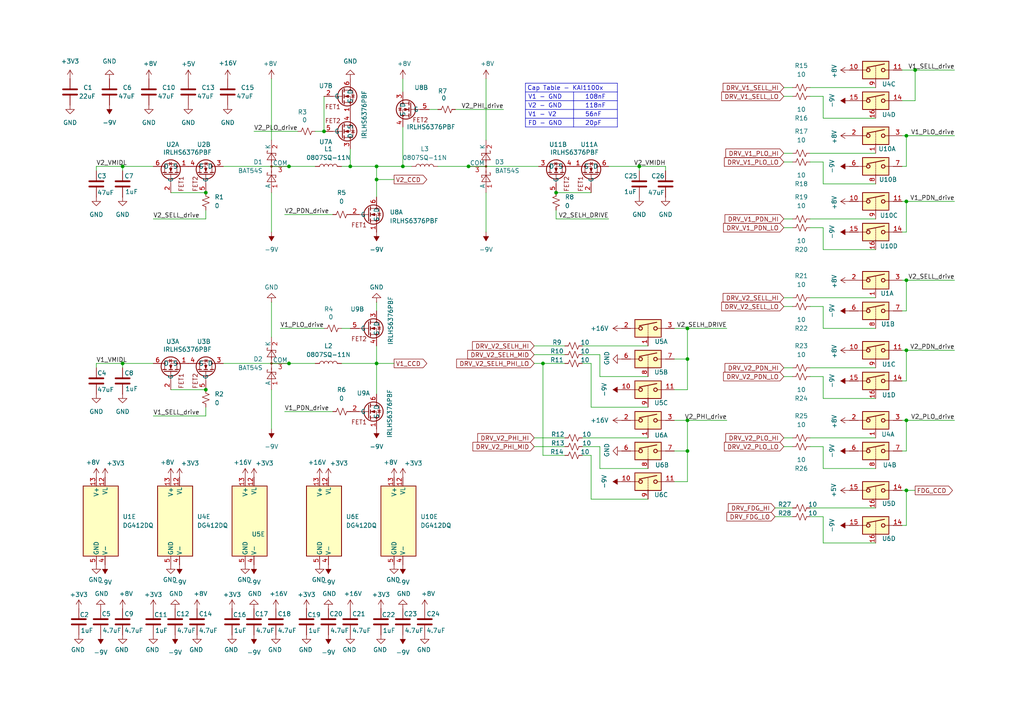
<source format=kicad_sch>
(kicad_sch (version 20231120) (generator "eeschema") (generator_version "8.0")
  (paper "A4")
  (title_block (title "Sitina 1 Sensor Board - V Adiabatic Drivers") (date "2024-03-25") (rev "R0.11") (company "Copyright 2024 Anhang Li, Wenting Zhang") (comment 2 "MERCHANTABILITY, SATISFACTORY QUALITY AND FITNESS FOR A PARTICULAR PURPOSE.") (comment 3 "This source is distributed WITHOUT ANY EXPRESS OR IMPLIED WARRANTY, INCLUDING OF") (comment 4 "This source describes Open Hardware and is licensed under the CERN-OHL-P v2."))
  (junction (at 262.89 81.28))
  (junction (at 157.48 105.41))
  (junction (at 101.6 48.26))
  (junction (at 262.89 39.37))
  (junction (at 35.56 48.26))
  (junction (at 199.39 130.81))
  (junction (at 93.98 38.1))
  (junction (at 109.22 52.07))
  (junction (at 265.43 20.32))
  (junction (at 116.84 48.26))
  (junction (at 262.89 58.42))
  (junction (at 109.22 105.41))
  (junction (at 161.29 55.88))
  (junction (at 262.89 121.92))
  (junction (at 83.82 48.26))
  (junction (at 135.89 48.26))
  (junction (at 35.56 105.41))
  (junction (at 109.22 48.26))
  (junction (at 59.69 113.03))
  (junction (at 199.39 104.14))
  (junction (at 199.39 95.25))
  (junction (at 83.82 105.41))
  (junction (at 59.69 55.88))
  (junction (at 262.89 142.24))
  (junction (at 199.39 121.92))
  (junction (at 185.42 48.26))
  (junction (at 262.89 101.6))
  (wire (pts (xy 109.22 52.07) (xy 109.22 57.15)))
  (wire (pts (xy 227.33 46.99) (xy 229.87 46.99)))
  (wire (pts (xy 78.74 22.86) (xy 78.74 40.64)))
  (wire (pts (xy 262.89 58.42) (xy 276.86 58.42)))
  (wire (pts (xy 262.89 81.28) (xy 262.89 90.17)))
  (wire (pts (xy 35.56 48.26) (xy 35.56 49.53)))
  (wire (pts (xy 227.33 106.68) (xy 229.87 106.68)))
  (wire (pts (xy 234.95 86.36) (xy 254 86.36)))
  (wire (pts (xy 227.33 86.36) (xy 229.87 86.36)))
  (wire (pts (xy 199.39 121.92) (xy 210.82 121.92)))
  (wire (pts (xy 185.42 48.26) (xy 185.42 49.53)))
  (wire (pts (xy 168.91 100.33) (xy 187.96 100.33)))
  (wire (pts (xy 44.45 63.5) (xy 59.69 63.5)))
  (polyline (pts (xy 152.4 29.21) (xy 179.07 29.21)))
  (wire (pts (xy 234.95 63.5) (xy 254 63.5)))
  (wire (pts (xy 261.62 39.37) (xy 262.89 39.37)))
  (wire (pts (xy 59.69 63.5) (xy 59.69 60.96)))
  (wire (pts (xy 99.06 105.41) (xy 109.22 105.41)))
  (wire (pts (xy 173.99 109.22) (xy 187.96 109.22)))
  (wire (pts (xy 238.76 66.04) (xy 238.76 72.39)))
  (polyline (pts (xy 179.07 24.13) (xy 179.07 36.83)))
  (wire (pts (xy 83.82 105.41) (xy 91.44 105.41)))
  (wire (pts (xy 261.62 121.92) (xy 262.89 121.92)))
  (wire (pts (xy 238.76 27.94) (xy 238.76 34.29)))
  (wire (pts (xy 227.33 44.45) (xy 229.87 44.45)))
  (wire (pts (xy 261.62 101.6) (xy 262.89 101.6)))
  (wire (pts (xy 173.99 135.89) (xy 187.96 135.89)))
  (wire (pts (xy 238.76 46.99) (xy 238.76 53.34)))
  (wire (pts (xy 168.91 132.08) (xy 171.45 132.08)))
  (wire (pts (xy 168.91 127) (xy 187.96 127)))
  (wire (pts (xy 262.89 81.28) (xy 276.86 81.28)))
  (wire (pts (xy 116.84 48.26) (xy 119.38 48.26)))
  (wire (pts (xy 224.79 147.32) (xy 229.87 147.32)))
  (wire (pts (xy 101.6 43.18) (xy 101.6 48.26)))
  (wire (pts (xy 99.06 48.26) (xy 101.6 48.26)))
  (wire (pts (xy 227.33 25.4) (xy 229.87 25.4)))
  (wire (pts (xy 187.96 144.78) (xy 171.45 144.78)))
  (wire (pts (xy 262.89 39.37) (xy 262.89 48.26)))
  (wire (pts (xy 27.94 48.26) (xy 35.56 48.26)))
  (wire (pts (xy 262.89 152.4) (xy 261.62 152.4)))
  (wire (pts (xy 154.94 102.87) (xy 163.83 102.87)))
  (wire (pts (xy 49.53 113.03) (xy 59.69 113.03)))
  (wire (pts (xy 140.97 55.88) (xy 140.97 67.31)))
  (wire (pts (xy 127 48.26) (xy 135.89 48.26)))
  (wire (pts (xy 171.45 118.11) (xy 187.96 118.11)))
  (wire (pts (xy 154.94 129.54) (xy 163.83 129.54)))
  (wire (pts (xy 195.58 121.92) (xy 199.39 121.92)))
  (wire (pts (xy 238.76 53.34) (xy 254 53.34)))
  (wire (pts (xy 234.95 44.45) (xy 254 44.45)))
  (wire (pts (xy 99.06 95.25) (xy 101.6 95.25)))
  (wire (pts (xy 199.39 139.7) (xy 199.39 130.81)))
  (wire (pts (xy 262.89 90.17) (xy 261.62 90.17)))
  (polyline (pts (xy 152.4 26.67) (xy 179.07 26.67)))
  (wire (pts (xy 109.22 48.26) (xy 116.84 48.26)))
  (wire (pts (xy 171.45 55.88) (xy 161.29 55.88)))
  (wire (pts (xy 135.89 48.26) (xy 156.21 48.26)))
  (wire (pts (xy 199.39 104.14) (xy 195.58 104.14)))
  (wire (pts (xy 109.22 100.33) (xy 109.22 105.41)))
  (wire (pts (xy 157.48 105.41) (xy 163.83 105.41)))
  (wire (pts (xy 49.53 55.88) (xy 59.69 55.88)))
  (wire (pts (xy 78.74 113.03) (xy 78.74 124.46)))
  (wire (pts (xy 116.84 36.83) (xy 116.84 48.26)))
  (wire (pts (xy 262.89 130.81) (xy 261.62 130.81)))
  (wire (pts (xy 238.76 88.9) (xy 238.76 95.25)))
  (wire (pts (xy 109.22 105.41) (xy 114.3 105.41)))
  (polyline (pts (xy 179.07 36.83) (xy 152.4 36.83)))
  (polyline (pts (xy 166.37 26.67) (xy 166.37 36.83)))
  (wire (pts (xy 83.82 48.26) (xy 91.44 48.26)))
  (wire (pts (xy 27.94 106.68) (xy 27.94 105.41)))
  (wire (pts (xy 227.33 63.5) (xy 229.87 63.5)))
  (wire (pts (xy 168.91 129.54) (xy 173.99 129.54)))
  (wire (pts (xy 234.95 129.54) (xy 238.76 129.54)))
  (wire (pts (xy 199.39 130.81) (xy 195.58 130.81)))
  (wire (pts (xy 124.46 31.75) (xy 127 31.75)))
  (wire (pts (xy 35.56 105.41) (xy 44.45 105.41)))
  (polyline (pts (xy 152.4 24.13) (xy 179.07 24.13)))
  (wire (pts (xy 227.33 129.54) (xy 229.87 129.54)))
  (wire (pts (xy 91.44 38.1) (xy 93.98 38.1)))
  (wire (pts (xy 262.89 142.24) (xy 262.89 152.4)))
  (wire (pts (xy 168.91 102.87) (xy 173.99 102.87)))
  (wire (pts (xy 261.62 58.42) (xy 262.89 58.42)))
  (wire (pts (xy 261.62 142.24) (xy 262.89 142.24)))
  (wire (pts (xy 195.58 139.7) (xy 199.39 139.7)))
  (wire (pts (xy 193.04 49.53) (xy 193.04 48.26)))
  (wire (pts (xy 154.94 100.33) (xy 163.83 100.33)))
  (wire (pts (xy 64.77 48.26) (xy 83.82 48.26)))
  (wire (pts (xy 199.39 104.14) (xy 199.39 113.03)))
  (wire (pts (xy 82.55 119.38) (xy 96.52 119.38)))
  (wire (pts (xy 116.84 22.86) (xy 116.84 26.67)))
  (wire (pts (xy 238.76 95.25) (xy 254 95.25)))
  (wire (pts (xy 199.39 95.25) (xy 199.39 104.14)))
  (wire (pts (xy 234.95 46.99) (xy 238.76 46.99)))
  (wire (pts (xy 82.55 62.23) (xy 96.52 62.23)))
  (wire (pts (xy 195.58 113.03) (xy 199.39 113.03)))
  (wire (pts (xy 265.43 20.32) (xy 276.86 20.32)))
  (wire (pts (xy 262.89 67.31) (xy 261.62 67.31)))
  (wire (pts (xy 101.6 48.26) (xy 109.22 48.26)))
  (polyline (pts (xy 152.4 31.75) (xy 179.07 31.75)))
  (wire (pts (xy 227.33 66.04) (xy 229.87 66.04)))
  (wire (pts (xy 171.45 132.08) (xy 171.45 144.78)))
  (wire (pts (xy 154.94 127) (xy 163.83 127)))
  (wire (pts (xy 173.99 102.87) (xy 173.99 109.22)))
  (wire (pts (xy 262.89 101.6) (xy 262.89 110.49)))
  (wire (pts (xy 86.36 38.1) (xy 73.66 38.1)))
  (wire (pts (xy 132.08 31.75) (xy 146.05 31.75)))
  (wire (pts (xy 163.83 132.08) (xy 157.48 132.08)))
  (wire (pts (xy 262.89 101.6) (xy 276.86 101.6)))
  (wire (pts (xy 27.94 49.53) (xy 27.94 48.26)))
  (wire (pts (xy 238.76 34.29) (xy 254 34.29)))
  (wire (pts (xy 234.95 149.86) (xy 238.76 149.86)))
  (wire (pts (xy 262.89 58.42) (xy 262.89 67.31)))
  (wire (pts (xy 44.45 120.65) (xy 59.69 120.65)))
  (wire (pts (xy 234.95 109.22) (xy 238.76 109.22)))
  (wire (pts (xy 27.94 105.41) (xy 35.56 105.41)))
  (polyline (pts (xy 152.4 34.29) (xy 179.07 34.29)))
  (wire (pts (xy 140.97 22.86) (xy 140.97 40.64)))
  (wire (pts (xy 238.76 157.48) (xy 254 157.48)))
  (wire (pts (xy 238.76 115.57) (xy 254 115.57)))
  (wire (pts (xy 185.42 48.26) (xy 176.53 48.26)))
  (wire (pts (xy 262.89 121.92) (xy 276.86 121.92)))
  (wire (pts (xy 157.48 105.41) (xy 157.48 132.08)))
  (wire (pts (xy 227.33 88.9) (xy 229.87 88.9)))
  (wire (pts (xy 234.95 147.32) (xy 254 147.32)))
  (wire (pts (xy 265.43 29.21) (xy 261.62 29.21)))
  (wire (pts (xy 199.39 121.92) (xy 199.39 130.81)))
  (wire (pts (xy 59.69 120.65) (xy 59.69 118.11)))
  (wire (pts (xy 161.29 63.5) (xy 161.29 60.96)))
  (wire (pts (xy 173.99 129.54) (xy 173.99 135.89)))
  (wire (pts (xy 93.98 27.94) (xy 93.98 38.1)))
  (wire (pts (xy 109.22 87.63) (xy 109.22 90.17)))
  (wire (pts (xy 227.33 27.94) (xy 229.87 27.94)))
  (polyline (pts (xy 152.4 24.13) (xy 152.4 36.83)))
  (wire (pts (xy 227.33 109.22) (xy 229.87 109.22)))
  (wire (pts (xy 234.95 127) (xy 254 127)))
  (wire (pts (xy 176.53 63.5) (xy 161.29 63.5)))
  (wire (pts (xy 195.58 95.25) (xy 199.39 95.25)))
  (wire (pts (xy 227.33 127) (xy 229.87 127)))
  (wire (pts (xy 262.89 48.26) (xy 261.62 48.26)))
  (wire (pts (xy 64.77 105.41) (xy 83.82 105.41)))
  (wire (pts (xy 238.76 129.54) (xy 238.76 135.89)))
  (wire (pts (xy 199.39 95.25) (xy 210.82 95.25)))
  (wire (pts (xy 193.04 48.26) (xy 185.42 48.26)))
  (wire (pts (xy 109.22 48.26) (xy 109.22 52.07)))
  (wire (pts (xy 262.89 110.49) (xy 261.62 110.49)))
  (wire (pts (xy 261.62 81.28) (xy 262.89 81.28)))
  (wire (pts (xy 154.94 105.41) (xy 157.48 105.41)))
  (wire (pts (xy 234.95 25.4) (xy 254 25.4)))
  (wire (pts (xy 168.91 105.41) (xy 171.45 105.41)))
  (wire (pts (xy 109.22 105.41) (xy 109.22 114.3)))
  (wire (pts (xy 171.45 105.41) (xy 171.45 118.11)))
  (wire (pts (xy 262.89 121.92) (xy 262.89 130.81)))
  (wire (pts (xy 238.76 135.89) (xy 254 135.89)))
  (wire (pts (xy 109.22 52.07) (xy 114.3 52.07)))
  (wire (pts (xy 224.79 149.86) (xy 229.87 149.86)))
  (wire (pts (xy 234.95 88.9) (xy 238.76 88.9)))
  (wire (pts (xy 262.89 39.37) (xy 276.86 39.37)))
  (wire (pts (xy 35.56 48.26) (xy 44.45 48.26)))
  (wire (pts (xy 78.74 87.63) (xy 78.74 97.79)))
  (wire (pts (xy 78.74 55.88) (xy 78.74 67.31)))
  (wire (pts (xy 262.89 142.24) (xy 265.43 142.24)))
  (wire (pts (xy 234.95 27.94) (xy 238.76 27.94)))
  (wire (pts (xy 238.76 72.39) (xy 254 72.39)))
  (wire (pts (xy 234.95 66.04) (xy 238.76 66.04)))
  (wire (pts (xy 238.76 109.22) (xy 238.76 115.57)))
  (wire (pts (xy 93.98 95.25) (xy 81.28 95.25)))
  (wire (pts (xy 234.95 106.68) (xy 254 106.68)))
  (wire (pts (xy 35.56 105.41) (xy 35.56 106.68)))
  (wire (pts (xy 265.43 20.32) (xy 265.43 29.21)))
  (wire (pts (xy 261.62 20.32) (xy 265.43 20.32)))
  (wire (pts (xy 238.76 149.86) (xy 238.76 157.48)))
  (text "118nF" (at 169.672 31.496 0) (effects (font (size 1.27 1.27)) (justify left bottom)))
  (text "V1 - V2" (at 153.162 34.036 0) (effects (font (size 1.27 1.27)) (justify left bottom)))
  (text "Cap Table - KAI1100x" (at 152.908 26.416 0) (effects (font (size 1.27 1.27)) (justify left bottom)))
  (text "108nF" (at 169.672 28.956 0) (effects (font (size 1.27 1.27)) (justify left bottom)))
  (text "FD - GND" (at 153.162 36.576 0) (effects (font (size 1.27 1.27)) (justify left bottom)))
  (text "56nF" (at 169.672 34.036 0) (effects (font (size 1.27 1.27)) (justify left bottom)))
  (text "V2 - GND" (at 153.162 31.496 0) (effects (font (size 1.27 1.27)) (justify left bottom)))
  (text "20pF" (at 169.672 36.576 0) (effects (font (size 1.27 1.27)) (justify left bottom)))
  (text "V1 - GND" (at 153.162 28.956 0) (effects (font (size 1.27 1.27)) (justify left bottom)))
  (label "V1_SELL_drive" (at 276.86 20.32 180))
  (label "V1_PLO_drive" (at 81.28 95.25 0))
  (label "V1_PDN_drive" (at 276.86 58.42 180))
  (label "V1_SELL_drive" (at 44.45 120.65 0))
  (label "V2_SELH_DRIVE" (at 210.82 95.25 180))
  (label "V2_SELH_DRIVE" (at 176.53 63.5 180))
  (label "V1_VMIDL" (at 27.94 105.41 0))
  (label "V2_SELL_drive" (at 276.86 81.28 180))
  (label "V2_PDN_drive" (at 276.86 101.6 180))
  (label "V2_PHI_drive" (at 146.05 31.75 180))
  (label "V2_PHI_drive" (at 210.82 121.92 180))
  (label "V2_VMIDL" (at 27.94 48.26 0))
  (label "V2_PLO_drive" (at 276.86 121.92 180))
  (label "V2_SELL_drive" (at 44.45 63.5 0))
  (label "V1_PDN_drive" (at 82.55 119.38 0))
  (label "V2_PDN_drive" (at 82.55 62.23 0))
  (label "V2_VMIDH" (at 193.04 48.26 180))
  (label "V2_PLO_drive" (at 73.66 38.1 0))
  (label "V1_PLO_drive" (at 276.86 39.37 180))
  (global_label "DRV_V2_PHI_MID" (shape input) (at 154.94 129.54 180) (property "Intersheetrefs" "${INTERSHEET_REFS}" (effects (hide yes))))
  (global_label "DRV_V2_SELL_LO" (shape input) (at 227.33 88.9 180) (property "Intersheetrefs" "${INTERSHEET_REFS}" (effects (hide yes))))
  (global_label "DRV_V1_PLO_LO" (shape input) (at 227.33 46.99 180) (property "Intersheetrefs" "${INTERSHEET_REFS}" (effects (hide yes))))
  (global_label "DRV_V2_SELH_MID" (shape input) (at 154.94 102.87 180) (property "Intersheetrefs" "${INTERSHEET_REFS}" (effects (hide yes))))
  (global_label "DRV_V2_PDN_LO" (shape input) (at 227.33 109.22 180) (property "Intersheetrefs" "${INTERSHEET_REFS}" (effects (hide yes))))
  (global_label "DRV_FDG_HI" (shape input) (at 224.79 147.32 180) (property "Intersheetrefs" "${INTERSHEET_REFS}" (effects (hide yes))))
  (global_label "DRV_V2_PLO_LO" (shape input) (at 227.33 129.54 180) (property "Intersheetrefs" "${INTERSHEET_REFS}" (effects (hide yes))))
  (global_label "DRV_V2_SELL_HI" (shape input) (at 227.33 86.36 180) (property "Intersheetrefs" "${INTERSHEET_REFS}" (effects (hide yes))))
  (global_label "DRV_FDG_LO" (shape input) (at 224.79 149.86 180) (property "Intersheetrefs" "${INTERSHEET_REFS}" (effects (hide yes))))
  (global_label "DRV_V2_PHI_HI" (shape input) (at 154.94 127 180) (property "Intersheetrefs" "${INTERSHEET_REFS}" (effects (hide yes))))
  (global_label "DRV_V2_SELH_PHI_LO" (shape input) (at 154.94 105.41 180) (property "Intersheetrefs" "${INTERSHEET_REFS}" (effects (hide yes))))
  (global_label "DRV_V2_PDN_HI" (shape input) (at 227.33 106.68 180) (property "Intersheetrefs" "${INTERSHEET_REFS}" (effects (hide yes))))
  (global_label "DRV_V1_PDN_LO" (shape input) (at 227.33 66.04 180) (property "Intersheetrefs" "${INTERSHEET_REFS}" (effects (hide yes))))
  (global_label "V2_CCD" (shape output) (at 114.3 52.07 0) (property "Intersheetrefs" "${INTERSHEET_REFS}" (effects (hide yes))))
  (global_label "DRV_V1_PLO_HI" (shape input) (at 227.33 44.45 180) (property "Intersheetrefs" "${INTERSHEET_REFS}" (effects (hide yes))))
  (global_label "DRV_V2_PLO_HI" (shape input) (at 227.33 127 180) (property "Intersheetrefs" "${INTERSHEET_REFS}" (effects (hide yes))))
  (global_label "V1_CCD" (shape output) (at 114.3 105.41 0) (property "Intersheetrefs" "${INTERSHEET_REFS}" (effects (hide yes))))
  (global_label "DRV_V1_SELL_HI" (shape input) (at 227.33 25.4 180) (property "Intersheetrefs" "${INTERSHEET_REFS}" (effects (hide yes))))
  (global_label "DRV_V1_PDN_HI" (shape input) (at 227.33 63.5 180) (property "Intersheetrefs" "${INTERSHEET_REFS}" (effects (hide yes))))
  (global_label "FDG_CCD" (shape output) (at 265.43 142.24 0) (property "Intersheetrefs" "${INTERSHEET_REFS}" (effects (hide yes))))
  (global_label "DRV_V1_SELL_LO" (shape input) (at 227.33 27.94 180) (property "Intersheetrefs" "${INTERSHEET_REFS}" (effects (hide yes))))
  (global_label "DRV_V2_SELH_HI" (shape input) (at 154.94 100.33 180) (property "Intersheetrefs" "${INTERSHEET_REFS}" (effects (hide yes))))
  (symbol (lib_name "DG412xY_2") (lib_id "Analog_Switch:DG412xY") (at 254 142.24 0) (unit 4)
    (property "Reference" "U5" (at 257.81 146.05 0))
    (property "Value" "DG412DQ" (effects (hide yes)))
    (property "Footprint" "Package_SO:TSSOP-16_4.4x5mm_P0.65mm" (effects (hide yes)))
    (property "Datasheet" "https://datasheets.maximintegrated.com/en/ds/DG411-DG413.pdf" (effects (hide yes)))
    (property "Description" "Quad SPST Monolithic CMOS Analog Switches, normally OFF, 17Ohm Ron, SOIC-16" (effects (hide yes)))
  )
  (symbol (lib_name "GND_1") (lib_id "power:GND") (at 27.94 57.15 0) (unit 1)
    (property "Reference" "#PWR05" (effects (hide yes)))
    (property "Value" "GND" (at 27.94 62.23 0))
    (property "Description" "Power symbol creates a global label with name \"GND\" , ground" (effects (hide yes)))
  )
  (symbol (lib_id "Device:C") (at 35.56 180.34 180) (unit 1)
    (property "Reference" "C9" (at 36.068 178.054 0) (effects (justify right)))
    (property "Value" "4.7uF" (at 36.068 182.88 0) (effects (justify right)))
    (property "Footprint" "Capacitor_SMD:C_0603_1608Metric" (effects (hide yes)))
  )
  (symbol (lib_id "Device:R_Small_US") (at 232.41 147.32 90) (unit 1)
    (property "Reference" "R27" (at 227.584 146.304 90))
    (property "Value" "10" (at 235.712 146.304 90))
    (property "Footprint" "Resistor_SMD:R_0402_1005Metric" (effects (hide yes)))
    (property "Description" "Resistor, small US symbol" (effects (hide yes)))
  )
  (symbol (lib_id "power:GND") (at 22.86 184.15 0) (mirror y) (unit 1)
    (property "Reference" "#PWR04" (effects (hide yes)))
    (property "Value" "GND" (at 22.606 188.468 0))
  )
  (symbol (lib_id "Device:C") (at 20.32 26.67 180) (unit 1)
    (property "Reference" "C1" (at 24.13 25.4 0) (effects (justify right)))
    (property "Value" "22uF" (at 22.86 27.94 0) (effects (justify right)))
    (property "Footprint" "Capacitor_SMD:C_0805_2012Metric" (effects (hide yes)))
  )
  (symbol (lib_id "power:+3V3") (at 67.31 176.53 0) (unit 1)
    (property "Reference" "#PWR035" (effects (hide yes)))
    (property "Value" "+3V3" (at 67.31 172.466 0))
    (property "Description" "Power symbol creates a global label with name \"+3V3\"" (effects (hide yes)))
  )
  (symbol (lib_id "power:+8V") (at 246.38 81.28 90) (mirror x) (unit 1)
    (property "Reference" "#PWR090" (effects (hide yes)))
    (property "Value" "+8V" (at 241.9858 81.661 0))
  )
  (symbol (lib_id "Device:C") (at 123.19 180.34 180) (unit 1)
    (property "Reference" "C24" (at 123.698 178.054 0) (effects (justify right)))
    (property "Value" "4.7uF" (at 123.698 182.88 0) (effects (justify right)))
    (property "Footprint" "Capacitor_SMD:C_0603_1608Metric" (effects (hide yes)))
  )
  (symbol (lib_id "Device:C") (at 67.31 180.34 180) (unit 1)
    (property "Reference" "C16" (at 67.564 178.308 0) (effects (justify right)))
    (property "Value" "1uF" (at 67.818 182.88 0) (effects (justify right)))
    (property "Footprint" "Capacitor_SMD:C_0402_1005Metric" (effects (hide yes)))
  )
  (symbol (lib_id "Analog_Switch:DG412xY") (at 187.96 130.81 0) (unit 2)
    (property "Reference" "U6" (at 192.024 134.874 0))
    (property "Value" "DG412DQ" (effects (hide yes)))
    (property "Footprint" "Package_SO:TSSOP-16_4.4x5mm_P0.65mm" (effects (hide yes)))
    (property "Datasheet" "https://datasheets.maximintegrated.com/en/ds/DG411-DG413.pdf" (effects (hide yes)))
    (property "Description" "Quad SPST Monolithic CMOS Analog Switches, normally OFF, 17Ohm Ron, SOIC-16" (effects (hide yes)))
  )
  (symbol (lib_id "power:+8V") (at 78.74 22.86 0) (mirror y) (unit 1)
    (property "Reference" "#PWR043" (effects (hide yes)))
    (property "Value" "+8V" (at 78.359 18.4658 0))
  )
  (symbol (lib_id "power:GND") (at 80.01 184.15 0) (mirror y) (unit 1)
    (property "Reference" "#PWR048" (effects (hide yes)))
    (property "Value" "GND" (at 79.756 188.468 0))
  )
  (symbol (lib_id "Device:R_Small_US") (at 232.41 46.99 270) (unit 1)
    (property "Reference" "R18" (at 232.41 53.34 90))
    (property "Value" "10" (at 232.41 50.8 90))
    (property "Footprint" "Resistor_SMD:R_0402_1005Metric" (effects (hide yes)))
    (property "Description" "Resistor, small US symbol" (effects (hide yes)))
  )
  (symbol (lib_id "symbols:IRLHS6376PBF") (at 109.22 95.25 0) (unit 2)
    (property "Reference" "U9" (at 103.632 89.662 0))
    (property "Value" "IRLHS6376PBF" (at 113.284 92.964 90))
    (property "Footprint" "Package_DFN_QFN:DFN-6-1EP_2x2mm_P0.65mm_EP1.01x1.7mm" (effects (hide yes)))
    (property "Datasheet" "https://www.infineon.com/dgdl/irlhs6376pbf.pdf?fileId=5546d462533600a401535663bef425af" (effects (hide yes)))
    (property "Description" "IRF HEXFET Power NMOS pair" (effects (hide yes)))
  )
  (symbol (lib_id "Device:C") (at 44.45 180.34 180) (unit 1)
    (property "Reference" "C11" (at 44.704 178.308 0) (effects (justify right)))
    (property "Value" "1uF" (at 44.958 182.88 0) (effects (justify right)))
    (property "Footprint" "Capacitor_SMD:C_0402_1005Metric" (effects (hide yes)))
  )
  (symbol (lib_id "Diode:BAT54S") (at 78.74 48.26 90) (unit 1)
    (property "Reference" "D1" (at 76.2 46.99 90) (effects (justify left)))
    (property "Value" "BAT54S" (at 76.2 49.53 90) (effects (justify left)))
    (property "Footprint" "Package_TO_SOT_SMD:SOT-23" (effects (hide yes)))
    (property "Datasheet" "https://www.diodes.com/assets/Datasheets/ds11005.pdf" (effects (hide yes)))
  )
  (symbol (lib_id "symbols:+16V") (at 180.34 121.92 90) (unit 1)
    (property "Reference" "#PWR079" (effects (hide yes)))
    (property "Value" "+16V" (at 176.53 121.9199 90) (effects (justify left)))
  )
  (symbol (lib_id "symbols:+16V") (at 180.34 95.25 90) (unit 1)
    (property "Reference" "#PWR076" (effects (hide yes)))
    (property "Value" "+16V" (at 176.53 95.2499 90) (effects (justify left)))
  )
  (symbol (lib_id "Analog_Switch:DG412xY") (at 254 29.21 0) (unit 4)
    (property "Reference" "U4" (at 257.81 33.274 0))
    (property "Value" "DG412DQ" (effects (hide yes)))
    (property "Footprint" "Package_SO:TSSOP-16_4.4x5mm_P0.65mm" (effects (hide yes)))
    (property "Datasheet" "https://datasheets.maximintegrated.com/en/ds/DG411-DG413.pdf" (effects (hide yes)))
    (property "Description" "Quad SPST Monolithic CMOS Analog Switches, normally OFF, 17Ohm Ron, SOIC-16" (effects (hide yes)))
  )
  (symbol (lib_name "DG412xY_5") (lib_id "Analog_Switch:DG412xY") (at 187.96 104.14 0) (unit 2)
    (property "Reference" "U5" (at 191.77 107.95 0))
    (property "Value" "DG412DQ" (effects (hide yes)))
    (property "Footprint" "Package_SO:TSSOP-16_4.4x5mm_P0.65mm" (effects (hide yes)))
    (property "Datasheet" "https://datasheets.maximintegrated.com/en/ds/DG411-DG413.pdf" (effects (hide yes)))
    (property "Description" "Quad SPST Monolithic CMOS Analog Switches, normally OFF, 17Ohm Ron, SOIC-16" (effects (hide yes)))
  )
  (symbol (lib_id "power:GND") (at 35.56 184.15 0) (mirror y) (unit 1)
    (property "Reference" "#PWR018" (effects (hide yes)))
    (property "Value" "GND" (at 35.306 188.468 0))
  )
  (symbol (lib_id "power:+3V3") (at 30.48 138.43 0) (mirror y) (unit 1)
    (property "Reference" "#PWR011" (effects (hide yes)))
    (property "Value" "+3V3" (at 33.528 134.366 0))
    (property "Description" "Power symbol creates a global label with name \"+3V3\"" (effects (hide yes)))
  )
  (symbol (lib_id "power:+3V3") (at 116.84 138.43 0) (mirror y) (unit 1)
    (property "Reference" "#PWR068" (effects (hide yes)))
    (property "Value" "+3V3" (at 119.888 134.366 0))
    (property "Description" "Power symbol creates a global label with name \"+3V3\"" (effects (hide yes)))
  )
  (symbol (lib_id "power:+8V") (at 246.38 20.32 90) (mirror x) (unit 1)
    (property "Reference" "#PWR084" (effects (hide yes)))
    (property "Value" "+8V" (at 241.9858 20.701 0))
  )
  (symbol (lib_id "power:+8V") (at 49.53 138.43 0) (unit 1)
    (property "Reference" "#PWR023" (effects (hide yes)))
    (property "Value" "+8V" (at 48.514 134.112 0))
  )
  (symbol (lib_id "symbols:+16V") (at 66.04 22.86 0) (unit 1)
    (property "Reference" "#PWR033" (effects (hide yes)))
    (property "Value" "+16V" (at 66.04 18.288 0))
  )
  (symbol (lib_id "Diode:BAT54S") (at 78.74 105.41 90) (unit 1)
    (property "Reference" "D2" (at 76.2 104.14 90) (effects (justify left)))
    (property "Value" "BAT54S" (at 76.2 106.68 90) (effects (justify left)))
    (property "Footprint" "Package_TO_SOT_SMD:SOT-23" (effects (hide yes)))
    (property "Datasheet" "https://www.diodes.com/assets/Datasheets/ds11005.pdf" (effects (hide yes)))
  )
  (symbol (lib_id "symbols:+16V") (at 71.12 138.43 0) (mirror y) (unit 1)
    (property "Reference" "#PWR037" (effects (hide yes)))
    (property "Value" "+16V" (at 70.358 134.112 0))
  )
  (symbol (lib_name "GND_1") (lib_id "power:GND") (at 78.74 87.63 180) (unit 1)
    (property "Reference" "#PWR045" (effects (hide yes)))
    (property "Value" "GND" (at 78.74 83.312 0))
    (property "Description" "Power symbol creates a global label with name \"GND\" , ground" (effects (hide yes)))
  )
  (symbol (lib_id "power:-9V") (at 180.34 139.7 90) (mirror x) (unit 1)
    (property "Reference" "#PWR081" (effects (hide yes)))
    (property "Value" "-9V" (at 175.26 139.7 0))
  )
  (symbol (lib_id "power:-9V") (at 73.66 184.15 180) (unit 1)
    (property "Reference" "#PWR042" (effects (hide yes)))
    (property "Value" "-9V" (at 73.66 189.23 0))
  )
  (symbol (lib_name "GND_1") (lib_id "power:GND") (at 101.6 22.86 180) (unit 1)
    (property "Reference" "#PWR057" (effects (hide yes)))
    (property "Value" "GND" (at 101.6 17.78 0))
    (property "Description" "Power symbol creates a global label with name \"GND\" , ground" (effects (hide yes)))
  )
  (symbol (lib_id "Device:C") (at 35.56 53.34 0) (unit 1)
    (property "Reference" "C7" (at 36.068 51.054 0) (effects (justify left)))
    (property "Value" "1uF" (at 36.322 55.626 0) (effects (justify left)))
    (property "Footprint" "Capacitor_SMD:C_0603_1608Metric" (effects (hide yes)))
    (property "Description" "Unpolarized capacitor" (effects (hide yes)))
  )
  (symbol (lib_id "power:-9V") (at 116.84 163.83 180) (unit 1)
    (property "Reference" "#PWR069" (effects (hide yes)))
    (property "Value" "-9V" (at 116.84 168.91 0))
  )
  (symbol (lib_name "DG412xY_1") (lib_id "Analog_Switch:DG412xY") (at 71.12 151.13 0) (unit 5)
    (property "Reference" "U5" (at 74.93 154.94 0))
    (property "Value" "DG412DQ" (effects (hide yes)))
    (property "Footprint" "Package_SO:TSSOP-16_4.4x5mm_P0.65mm" (effects (hide yes)))
    (property "Datasheet" "https://datasheets.maximintegrated.com/en/ds/DG411-DG413.pdf" (effects (hide yes)))
    (property "Description" "Quad SPST Monolithic CMOS Analog Switches, normally OFF, 17Ohm Ron, SOIC-16" (effects (hide yes)))
  )
  (symbol (lib_id "power:+3V3") (at 44.45 176.53 0) (unit 1)
    (property "Reference" "#PWR021" (effects (hide yes)))
    (property "Value" "+3V3" (at 44.45 172.466 0))
    (property "Description" "Power symbol creates a global label with name \"+3V3\"" (effects (hide yes)))
  )
  (symbol (lib_id "Device:R_Small_US") (at 232.41 149.86 270) (unit 1)
    (property "Reference" "R28" (at 227.584 148.844 90))
    (property "Value" "10" (at 235.712 148.844 90))
    (property "Footprint" "Resistor_SMD:R_0402_1005Metric" (effects (hide yes)))
    (property "Description" "Resistor, small US symbol" (effects (hide yes)))
  )
  (symbol (lib_id "Analog_Switch:DG412xY") (at 27.94 151.13 0) (unit 5)
    (property "Reference" "U1" (at 35.56 149.8599 0) (effects (justify left)))
    (property "Value" "DG412DQ" (at 35.56 152.3999 0) (effects (justify left)))
    (property "Footprint" "Package_SO:TSSOP-16_4.4x5mm_P0.65mm" (effects (hide yes)))
    (property "Datasheet" "https://datasheets.maximintegrated.com/en/ds/DG411-DG413.pdf" (effects (hide yes)))
    (property "Description" "Quad SPST Monolithic CMOS Analog Switches, normally OFF, 17Ohm Ron, SOIC-16" (effects (hide yes)))
  )
  (symbol (lib_id "Device:L") (at 95.25 105.41 90) (unit 1)
    (property "Reference" "L2" (at 95.25 100.33 90))
    (property "Value" "0807SQ-11N" (at 95.25 102.87 90))
    (property "Footprint" "footprints:Coilcraft_0807SQ-11N" (effects (hide yes)))
    (property "Description" "Coilcraft SQ Series Aircore Inductor" (effects (hide yes)))
  )
  (symbol (lib_id "Device:C") (at 54.61 26.67 180) (unit 1)
    (property "Reference" "C13" (at 58.42 25.4 0) (effects (justify right)))
    (property "Value" "47uF" (at 57.15 27.94 0) (effects (justify right)))
    (property "Footprint" "Capacitor_SMD:C_0805_2012Metric" (effects (hide yes)))
  )
  (symbol (lib_id "power:+8V") (at 246.38 121.92 90) (mirror x) (unit 1)
    (property "Reference" "#PWR094" (effects (hide yes)))
    (property "Value" "+8V" (at 241.9858 122.301 0))
  )
  (symbol (lib_id "power:+8V") (at 116.84 22.86 0) (unit 1)
    (property "Reference" "#PWR067" (effects (hide yes)))
    (property "Value" "+8V" (at 117.221 18.4658 0))
  )
  (symbol (lib_id "power:+5V") (at 246.38 142.24 90) (unit 1)
    (property "Reference" "#PWR096" (effects (hide yes)))
    (property "Value" "+5V" (at 241.808 144.272 0) (effects (justify left)))
  )
  (symbol (lib_id "Device:R_Small_US") (at 232.41 127 90) (unit 1)
    (property "Reference" "R25" (at 232.41 120.65 90))
    (property "Value" "10" (at 232.41 123.19 90))
    (property "Footprint" "Resistor_SMD:R_0402_1005Metric" (effects (hide yes)))
    (property "Description" "Resistor, small US symbol" (effects (hide yes)))
  )
  (symbol (lib_id "symbols:IRLHS6376PBF") (at 161.29 48.26 90) (unit 2)
    (property "Reference" "U11" (at 161.8643 41.91 90))
    (property "Value" "IRLHS6376PBF" (at 166.624 44.196 90))
    (property "Footprint" "Package_DFN_QFN:DFN-6-1EP_2x2mm_P0.65mm_EP1.01x1.7mm" (effects (hide yes)))
    (property "Datasheet" "https://www.infineon.com/dgdl/irlhs6376pbf.pdf?fileId=5546d462533600a401535663bef425af" (effects (hide yes)))
    (property "Description" "IRF HEXFET Power NMOS pair" (effects (hide yes)))
  )
  (symbol (lib_id "Device:C") (at 31.75 26.67 180) (unit 1)
    (property "Reference" "C6" (at 35.56 25.4 0) (effects (justify right)))
    (property "Value" "47uF" (at 34.29 27.94 0) (effects (justify right)))
    (property "Footprint" "Capacitor_SMD:C_0805_2012Metric" (effects (hide yes)))
  )
  (symbol (lib_id "symbols:+16V") (at 101.6 176.53 0) (unit 1)
    (property "Reference" "#PWR058" (effects (hide yes)))
    (property "Value" "+16V" (at 102.362 172.212 0))
  )
  (symbol (lib_id "Device:L") (at 95.25 48.26 90) (unit 1)
    (property "Reference" "L1" (at 95.25 43.18 90))
    (property "Value" "0807SQ-11N" (at 95.25 45.72 90))
    (property "Footprint" "footprints:Coilcraft_0807SQ-11N" (effects (hide yes)))
    (property "Description" "Coilcraft SQ Series Aircore Inductor" (effects (hide yes)))
  )
  (symbol (lib_id "Device:C") (at 57.15 180.34 180) (unit 1)
    (property "Reference" "C14" (at 57.658 178.054 0) (effects (justify right)))
    (property "Value" "4.7uF" (at 57.658 182.88 0) (effects (justify right)))
    (property "Footprint" "Capacitor_SMD:C_0603_1608Metric" (effects (hide yes)))
  )
  (symbol (lib_name "IRLHS6376PBF_1") (lib_id "symbols:IRLHS6376PBF") (at 101.6 27.94 0) (unit 1)
    (property "Reference" "U7" (at 94.488 41.148 0))
    (property "Value" "IRLHS6376PBF" (at 105.664 33.274 90))
    (property "Footprint" "Package_DFN_QFN:DFN-6-1EP_2x2mm_P0.65mm_EP1.01x1.7mm" (effects (hide yes)))
    (property "Datasheet" "https://www.infineon.com/dgdl/irlhs6376pbf.pdf?fileId=5546d462533600a401535663bef425af" (effects (hide yes)))
    (property "Description" "IRF HEXFET Power NMOS pair" (effects (hide yes)))
  )
  (symbol (lib_id "Device:R_Small_US") (at 232.41 63.5 90) (unit 1)
    (property "Reference" "R19" (at 232.41 57.15 90))
    (property "Value" "10" (at 232.41 59.69 90))
    (property "Footprint" "Resistor_SMD:R_0402_1005Metric" (effects (hide yes)))
    (property "Description" "Resistor, small US symbol" (effects (hide yes)))
  )
  (symbol (lib_id "power:-9V") (at 246.38 48.26 90) (mirror x) (unit 1)
    (property "Reference" "#PWR087" (effects (hide yes)))
    (property "Value" "-9V" (at 241.3 48.26 0))
  )
  (symbol (lib_id "Analog_Switch:DG412xY") (at 254 121.92 0) (unit 1)
    (property "Reference" "U4" (at 257.556 125.984 0))
    (property "Value" "DG412DQ" (effects (hide yes)))
    (property "Footprint" "Package_SO:TSSOP-16_4.4x5mm_P0.65mm" (effects (hide yes)))
    (property "Datasheet" "https://datasheets.maximintegrated.com/en/ds/DG411-DG413.pdf" (effects (hide yes)))
    (property "Description" "Quad SPST Monolithic CMOS Analog Switches, normally OFF, 17Ohm Ron, SOIC-16" (effects (hide yes)))
  )
  (symbol (lib_id "symbols:IRLHS6376PBF") (at 109.22 119.38 0) (unit 1)
    (property "Reference" "U9" (at 105.41 114.046 0))
    (property "Value" "IRLHS6376PBF" (at 113.03 119.9543 90))
    (property "Footprint" "Package_DFN_QFN:DFN-6-1EP_2x2mm_P0.65mm_EP1.01x1.7mm" (effects (hide yes)))
    (property "Datasheet" "https://www.infineon.com/dgdl/irlhs6376pbf.pdf?fileId=5546d462533600a401535663bef425af" (effects (hide yes)))
    (property "Description" "IRF HEXFET Power NMOS pair" (effects (hide yes)))
  )
  (symbol (lib_id "power:GND") (at 123.19 184.15 0) (mirror y) (unit 1)
    (property "Reference" "#PWR073" (effects (hide yes)))
    (property "Value" "GND" (at 122.936 188.468 0))
  )
  (symbol (lib_id "power:GND") (at 88.9 184.15 0) (mirror y) (unit 1)
    (property "Reference" "#PWR050" (effects (hide yes)))
    (property "Value" "GND" (at 88.646 188.468 0))
  )
  (symbol (lib_id "Device:C") (at 110.49 180.34 180) (unit 1)
    (property "Reference" "C22" (at 110.744 178.308 0) (effects (justify right)))
    (property "Value" "1uF" (at 110.998 182.88 0) (effects (justify right)))
    (property "Footprint" "Capacitor_SMD:C_0402_1005Metric" (effects (hide yes)))
  )
  (symbol (lib_id "Device:R_Small_US") (at 166.37 132.08 270) (unit 1)
    (property "Reference" "R14" (at 161.544 131.064 90))
    (property "Value" "10" (at 169.672 131.064 90))
    (property "Footprint" "Resistor_SMD:R_0402_1005Metric" (effects (hide yes)))
    (property "Description" "Resistor, small US symbol" (effects (hide yes)))
  )
  (symbol (lib_name "DG412xY_3") (lib_id "Analog_Switch:DG412xY") (at 187.96 113.03 0) (unit 3)
    (property "Reference" "U5" (at 191.77 116.84 0))
    (property "Value" "DG412DQ" (effects (hide yes)))
    (property "Footprint" "Package_SO:TSSOP-16_4.4x5mm_P0.65mm" (effects (hide yes)))
    (property "Datasheet" "https://datasheets.maximintegrated.com/en/ds/DG411-DG413.pdf" (effects (hide yes)))
    (property "Description" "Quad SPST Monolithic CMOS Analog Switches, normally OFF, 17Ohm Ron, SOIC-16" (effects (hide yes)))
  )
  (symbol (lib_id "Device:R_Small_US") (at 166.37 102.87 270) (unit 1)
    (property "Reference" "R10" (at 161.544 101.854 90))
    (property "Value" "10" (at 169.672 101.854 90))
    (property "Footprint" "Resistor_SMD:R_0402_1005Metric" (effects (hide yes)))
    (property "Description" "Resistor, small US symbol" (effects (hide yes)))
  )
  (symbol (lib_id "symbols:IRLHS6376PBF") (at 171.45 48.26 270) (mirror x) (unit 1)
    (property "Reference" "U11" (at 170.8757 41.91 90))
    (property "Value" "IRLHS6376PBF" (effects (hide yes)))
    (property "Footprint" "Package_DFN_QFN:DFN-6-1EP_2x2mm_P0.65mm_EP1.01x1.7mm" (effects (hide yes)))
    (property "Datasheet" "https://www.infineon.com/dgdl/irlhs6376pbf.pdf?fileId=5546d462533600a401535663bef425af" (effects (hide yes)))
    (property "Description" "IRF HEXFET Power NMOS pair" (effects (hide yes)))
  )
  (symbol (lib_id "Analog_Switch:DG412xY") (at 254 152.4 0) (unit 4)
    (property "Reference" "U6" (at 257.81 156.21 0))
    (property "Value" "DG412DQ" (effects (hide yes)))
    (property "Footprint" "Package_SO:TSSOP-16_4.4x5mm_P0.65mm" (effects (hide yes)))
    (property "Datasheet" "https://datasheets.maximintegrated.com/en/ds/DG411-DG413.pdf" (effects (hide yes)))
    (property "Description" "Quad SPST Monolithic CMOS Analog Switches, normally OFF, 17Ohm Ron, SOIC-16" (effects (hide yes)))
  )
  (symbol (lib_id "power:GND") (at 116.84 176.53 0) (mirror x) (unit 1)
    (property "Reference" "#PWR070" (effects (hide yes)))
    (property "Value" "GND" (at 117.094 172.212 0))
  )
  (symbol (lib_id "power:GND") (at 180.34 104.14 270) (mirror x) (unit 1)
    (property "Reference" "#PWR077" (effects (hide yes)))
    (property "Value" "GND" (at 176.022 103.886 0))
  )
  (symbol (lib_id "power:+3V3") (at 20.32 22.86 0) (unit 1)
    (property "Reference" "#PWR01" (effects (hide yes)))
    (property "Value" "+3V3" (at 20.32 17.78 0))
    (property "Description" "Power symbol creates a global label with name \"+3V3\"" (effects (hide yes)))
  )
  (symbol (lib_id "power:-9V") (at 246.38 90.17 90) (mirror x) (unit 1)
    (property "Reference" "#PWR091" (effects (hide yes)))
    (property "Value" "-9V" (at 241.3 90.17 0))
  )
  (symbol (lib_id "power:GND") (at 27.94 163.83 0) (mirror y) (unit 1)
    (property "Reference" "#PWR08" (effects (hide yes)))
    (property "Value" "GND" (at 27.686 168.148 0))
  )
  (symbol (lib_id "power:-9V") (at 246.38 110.49 90) (mirror x) (unit 1)
    (property "Reference" "#PWR093" (effects (hide yes)))
    (property "Value" "-9V" (at 241.3 110.49 0))
  )
  (symbol (lib_id "power:-9V") (at 95.25 163.83 180) (unit 1)
    (property "Reference" "#PWR054" (effects (hide yes)))
    (property "Value" "-9V" (at 95.25 168.91 0))
  )
  (symbol (lib_id "power:+5V") (at 54.61 22.86 0) (unit 1)
    (property "Reference" "#PWR029" (effects (hide yes)))
    (property "Value" "+5V" (at 52.578 18.542 0) (effects (justify left)))
  )
  (symbol (lib_id "Device:R_Small_US") (at 59.69 58.42 0) (unit 1)
    (property "Reference" "R1" (at 62.23 57.1499 0) (effects (justify left)))
    (property "Value" "0" (at 62.23 59.6899 0) (effects (justify left)))
    (property "Footprint" "Resistor_SMD:R_0402_1005Metric" (effects (hide yes)))
    (property "Description" "Resistor, small US symbol" (effects (hide yes)))
  )
  (symbol (lib_id "Device:C") (at 101.6 180.34 180) (unit 1)
    (property "Reference" "C21" (at 102.108 178.054 0) (effects (justify right)))
    (property "Value" "4.7uF" (at 102.108 182.88 0) (effects (justify right)))
    (property "Footprint" "Capacitor_SMD:C_0603_1608Metric" (effects (hide yes)))
  )
  (symbol (lib_id "power:-9V") (at 109.22 67.31 180) (unit 1)
    (property "Reference" "#PWR060" (effects (hide yes)))
    (property "Value" "-9V" (at 109.22 72.39 0))
  )
  (symbol (lib_id "power:-9V") (at 73.66 163.83 180) (unit 1)
    (property "Reference" "#PWR040" (effects (hide yes)))
    (property "Value" "-9V" (at 73.66 168.91 0))
  )
  (symbol (lib_id "power:-9V") (at 246.38 152.4 90) (unit 1)
    (property "Reference" "#PWR097" (effects (hide yes)))
    (property "Value" "-9V" (at 241.3 152.4 0))
  )
  (symbol (lib_name "DG412xY_4") (lib_id "Analog_Switch:DG412xY") (at 187.96 95.25 0) (unit 1)
    (property "Reference" "U5" (at 191.77 99.06 0))
    (property "Value" "DG412DQ" (effects (hide yes)))
    (property "Footprint" "Package_SO:TSSOP-16_4.4x5mm_P0.65mm" (effects (hide yes)))
    (property "Datasheet" "https://datasheets.maximintegrated.com/en/ds/DG411-DG413.pdf" (effects (hide yes)))
    (property "Description" "Quad SPST Monolithic CMOS Analog Switches, normally OFF, 17Ohm Ron, SOIC-16" (effects (hide yes)))
  )
  (symbol (lib_id "power:GND") (at 49.53 163.83 0) (mirror y) (unit 1)
    (property "Reference" "#PWR024" (effects (hide yes)))
    (property "Value" "GND" (at 49.276 168.148 0))
  )
  (symbol (lib_id "Analog_Switch:DG412xY") (at 254 81.28 0) (unit 1)
    (property "Reference" "U1" (at 257.302 85.09 0))
    (property "Value" "DG412DQ" (effects (hide yes)))
    (property "Footprint" "Package_SO:TSSOP-16_4.4x5mm_P0.65mm" (effects (hide yes)))
    (property "Datasheet" "https://datasheets.maximintegrated.com/en/ds/DG411-DG413.pdf" (effects (hide yes)))
    (property "Description" "Quad SPST Monolithic CMOS Analog Switches, normally OFF, 17Ohm Ron, SOIC-16" (effects (hide yes)))
  )
  (symbol (lib_id "Analog_Switch:DG412xY") (at 254 110.49 0) (unit 4)
    (property "Reference" "U1" (at 257.81 114.554 0))
    (property "Value" "DG412DQ" (effects (hide yes)))
    (property "Footprint" "Package_SO:TSSOP-16_4.4x5mm_P0.65mm" (effects (hide yes)))
    (property "Datasheet" "https://datasheets.maximintegrated.com/en/ds/DG411-DG413.pdf" (effects (hide yes)))
    (property "Description" "Quad SPST Monolithic CMOS Analog Switches, normally OFF, 17Ohm Ron, SOIC-16" (effects (hide yes)))
  )
  (symbol (lib_id "Device:C") (at 116.84 180.34 180) (unit 1)
    (property "Reference" "C23" (at 117.094 178.054 0) (effects (justify right)))
    (property "Value" "4.7uF" (at 117.348 182.88 0) (effects (justify right)))
    (property "Footprint" "Capacitor_SMD:C_0603_1608Metric" (effects (hide yes)))
  )
  (symbol (lib_id "power:-9V") (at 30.48 163.83 180) (unit 1)
    (property "Reference" "#PWR012" (effects (hide yes)))
    (property "Value" "-9V" (at 30.48 168.91 0))
  )
  (symbol (lib_id "power:GND") (at 180.34 130.81 270) (mirror x) (unit 1)
    (property "Reference" "#PWR080" (effects (hide yes)))
    (property "Value" "GND" (at 176.022 130.556 0))
  )
  (symbol (lib_id "power:GND") (at 114.3 163.83 0) (mirror y) (unit 1)
    (property "Reference" "#PWR066" (effects (hide yes)))
    (property "Value" "GND" (at 114.046 168.148 0))
  )
  (symbol (lib_name "GND_1") (lib_id "power:GND") (at 185.42 57.15 0) (mirror y) (unit 1)
    (property "Reference" "#PWR082" (effects (hide yes)))
    (property "Value" "GND" (at 185.42 62.23 0))
    (property "Description" "Power symbol creates a global label with name \"GND\" , ground" (effects (hide yes)))
  )
  (symbol (lib_id "power:GND") (at 44.45 184.15 0) (mirror y) (unit 1)
    (property "Reference" "#PWR022" (effects (hide yes)))
    (property "Value" "GND" (at 44.196 188.468 0))
  )
  (symbol (lib_id "Device:R_Small_US") (at 232.41 66.04 270) (unit 1)
    (property "Reference" "R20" (at 232.41 72.39 90))
    (property "Value" "10" (at 232.41 69.85 90))
    (property "Footprint" "Resistor_SMD:R_0402_1005Metric" (effects (hide yes)))
    (property "Description" "Resistor, small US symbol" (effects (hide yes)))
  )
  (symbol (lib_id "Analog_Switch:DG412xY") (at 254 39.37 0) (unit 1)
    (property "Reference" "U10" (at 257.302 43.18 0))
    (property "Value" "DG412DQ" (effects (hide yes)))
    (property "Footprint" "Package_SO:TSSOP-16_4.4x5mm_P0.65mm" (effects (hide yes)))
    (property "Datasheet" "https://datasheets.maximintegrated.com/en/ds/DG411-DG413.pdf" (effects (hide yes)))
    (property "Description" "Quad SPST Monolithic CMOS Analog Switches, normally OFF, 17Ohm Ron, SOIC-16" (effects (hide yes)))
  )
  (symbol (lib_id "Device:R_Small_US") (at 166.37 127 90) (unit 1)
    (property "Reference" "R12" (at 161.798 125.984 90))
    (property "Value" "10" (at 170.18 125.984 90))
    (property "Footprint" "Resistor_SMD:R_0402_1005Metric" (effects (hide yes)))
    (property "Description" "Resistor, small US symbol" (effects (hide yes)))
  )
  (symbol (lib_id "power:+8V") (at 246.38 39.37 90) (mirror x) (unit 1)
    (property "Reference" "#PWR086" (effects (hide yes)))
    (property "Value" "+8V" (at 241.9858 39.751 0))
  )
  (symbol (lib_id "power:+3V3") (at 52.07 138.43 0) (mirror y) (unit 1)
    (property "Reference" "#PWR027" (effects (hide yes)))
    (property "Value" "+3V3" (at 55.118 134.366 0))
    (property "Description" "Power symbol creates a global label with name \"+3V3\"" (effects (hide yes)))
  )
  (symbol (lib_id "Device:C") (at 27.94 110.49 0) (unit 1)
    (property "Reference" "C4" (at 28.194 108.204 0) (effects (justify left)))
    (property "Value" "47uF" (at 28.194 113.03 0) (effects (justify left)))
    (property "Footprint" "Capacitor_SMD:C_0805_2012Metric" (effects (hide yes)))
    (property "Description" "Unpolarized capacitor" (effects (hide yes)))
  )
  (symbol (lib_id "symbols:IRLHS6376PBF") (at 59.69 48.26 270) (mirror x) (unit 2)
    (property "Reference" "U2" (at 59.1157 41.91 90))
    (property "Value" "IRLHS6376PBF" (at 54.356 44.196 90))
    (property "Footprint" "Package_DFN_QFN:DFN-6-1EP_2x2mm_P0.65mm_EP1.01x1.7mm" (effects (hide yes)))
    (property "Datasheet" "https://www.infineon.com/dgdl/irlhs6376pbf.pdf?fileId=5546d462533600a401535663bef425af" (effects (hide yes)))
    (property "Description" "IRF HEXFET Power NMOS pair" (effects (hide yes)))
  )
  (symbol (lib_id "symbols:+16V") (at 80.01 176.53 0) (unit 1)
    (property "Reference" "#PWR047" (effects (hide yes)))
    (property "Value" "+16V" (at 80.772 172.212 0))
  )
  (symbol (lib_id "power:+8V") (at 246.38 58.42 90) (mirror x) (unit 1)
    (property "Reference" "#PWR088" (effects (hide yes)))
    (property "Value" "+8V" (at 241.9858 58.801 0))
  )
  (symbol (lib_id "Device:R_Small_US") (at 232.41 44.45 90) (unit 1)
    (property "Reference" "R17" (at 232.41 38.1 90))
    (property "Value" "10" (at 232.41 40.64 90))
    (property "Footprint" "Resistor_SMD:R_0402_1005Metric" (effects (hide yes)))
    (property "Description" "Resistor, small US symbol" (effects (hide yes)))
  )
  (symbol (lib_id "power:GND") (at 73.66 176.53 0) (mirror x) (unit 1)
    (property "Reference" "#PWR041" (effects (hide yes)))
    (property "Value" "GND" (at 73.914 172.212 0))
  )
  (symbol (lib_id "power:-9V") (at 246.38 130.81 90) (mirror x) (unit 1)
    (property "Reference" "#PWR095" (effects (hide yes)))
    (property "Value" "-9V" (at 241.3 130.81 0))
  )
  (symbol (lib_id "Device:R_Small_US") (at 232.41 129.54 270) (unit 1)
    (property "Reference" "R26" (at 232.41 135.89 90))
    (property "Value" "10" (at 232.41 133.35 90))
    (property "Footprint" "Resistor_SMD:R_0402_1005Metric" (effects (hide yes)))
    (property "Description" "Resistor, small US symbol" (effects (hide yes)))
  )
  (symbol (lib_id "Analog_Switch:DG412xY") (at 187.96 139.7 0) (unit 3)
    (property "Reference" "U6" (at 191.77 143.51 0))
    (property "Value" "DG412DQ" (effects (hide yes)))
    (property "Footprint" "Package_SO:TSSOP-16_4.4x5mm_P0.65mm" (effects (hide yes)))
    (property "Datasheet" "https://datasheets.maximintegrated.com/en/ds/DG411-DG413.pdf" (effects (hide yes)))
    (property "Description" "Quad SPST Monolithic CMOS Analog Switches, normally OFF, 17Ohm Ron, SOIC-16" (effects (hide yes)))
  )
  (symbol (lib_id "Device:C") (at 80.01 180.34 180) (unit 1)
    (property "Reference" "C18" (at 80.518 178.054 0) (effects (justify right)))
    (property "Value" "4.7uF" (at 80.518 182.88 0) (effects (justify right)))
    (property "Footprint" "Capacitor_SMD:C_0603_1608Metric" (effects (hide yes)))
  )
  (symbol (lib_id "power:-9V") (at 116.84 184.15 180) (unit 1)
    (property "Reference" "#PWR071" (effects (hide yes)))
    (property "Value" "-9V" (at 116.84 189.23 0))
  )
  (symbol (lib_name "GND_1") (lib_id "power:GND") (at 27.94 114.3 0) (unit 1)
    (property "Reference" "#PWR06" (effects (hide yes)))
    (property "Value" "GND" (at 27.94 119.38 0))
    (property "Description" "Power symbol creates a global label with name \"GND\" , ground" (effects (hide yes)))
  )
  (symbol (lib_id "power:-9V") (at 180.34 113.03 90) (mirror x) (unit 1)
    (property "Reference" "#PWR078" (effects (hide yes)))
    (property "Value" "-9V" (at 175.26 113.03 0))
  )
  (symbol (lib_id "power:GND") (at 54.61 30.48 0) (unit 1)
    (property "Reference" "#PWR030" (effects (hide yes)))
    (property "Value" "GND" (at 54.61 35.56 0))
  )
  (symbol (lib_id "Device:C") (at 73.66 180.34 180) (unit 1)
    (property "Reference" "C17" (at 73.914 178.054 0) (effects (justify right)))
    (property "Value" "4.7uF" (at 74.168 182.88 0) (effects (justify right)))
    (property "Footprint" "Capacitor_SMD:C_0603_1608Metric" (effects (hide yes)))
  )
  (symbol (lib_name "GND_1") (lib_id "power:GND") (at 35.56 114.3 0) (unit 1)
    (property "Reference" "#PWR016" (effects (hide yes)))
    (property "Value" "GND" (at 35.56 119.38 0))
    (property "Description" "Power symbol creates a global label with name \"GND\" , ground" (effects (hide yes)))
  )
  (symbol (lib_id "power:GND") (at 67.31 184.15 0) (mirror y) (unit 1)
    (property "Reference" "#PWR036" (effects (hide yes)))
    (property "Value" "GND" (at 67.056 188.468 0))
  )
  (symbol (lib_id "Analog_Switch:DG412xY") (at 114.3 151.13 0) (unit 5)
    (property "Reference" "U10" (at 121.92 149.8599 0) (effects (justify left)))
    (property "Value" "DG412DQ" (at 121.92 152.3999 0) (effects (justify left)))
    (property "Footprint" "Package_SO:TSSOP-16_4.4x5mm_P0.65mm" (effects (hide yes)))
    (property "Datasheet" "https://datasheets.maximintegrated.com/en/ds/DG411-DG413.pdf" (effects (hide yes)))
    (property "Description" "Quad SPST Monolithic CMOS Analog Switches, normally OFF, 17Ohm Ron, SOIC-16" (effects (hide yes)))
  )
  (symbol (lib_id "symbols:IRLHS6376PBF") (at 49.53 105.41 90) (unit 1)
    (property "Reference" "U3" (at 50.1043 99.06 90))
    (property "Value" "IRLHS6376PBF" (effects (hide yes)))
    (property "Footprint" "Package_DFN_QFN:DFN-6-1EP_2x2mm_P0.65mm_EP1.01x1.7mm" (effects (hide yes)))
    (property "Datasheet" "https://www.infineon.com/dgdl/irlhs6376pbf.pdf?fileId=5546d462533600a401535663bef425af" (effects (hide yes)))
    (property "Description" "IRF HEXFET Power NMOS pair" (effects (hide yes)))
  )
  (symbol (lib_id "Device:R_Small_US") (at 232.41 27.94 270) (unit 1)
    (property "Reference" "R16" (at 232.41 34.29 90))
    (property "Value" "10" (at 232.41 31.75 90))
    (property "Footprint" "Resistor_SMD:R_0402_1005Metric" (effects (hide yes)))
    (property "Description" "Resistor, small US symbol" (effects (hide yes)))
  )
  (symbol (lib_id "Device:R_Small_US") (at 232.41 25.4 90) (unit 1)
    (property "Reference" "R15" (at 232.41 19.05 90))
    (property "Value" "10" (at 232.41 21.59 90))
    (property "Footprint" "Resistor_SMD:R_0402_1005Metric" (effects (hide yes)))
    (property "Description" "Resistor, small US symbol" (effects (hide yes)))
  )
  (symbol (lib_id "Device:R_Small_US") (at 232.41 106.68 90) (unit 1)
    (property "Reference" "R23" (at 232.41 100.33 90))
    (property "Value" "10" (at 232.41 102.87 90))
    (property "Footprint" "Resistor_SMD:R_0402_1005Metric" (effects (hide yes)))
    (property "Description" "Resistor, small US symbol" (effects (hide yes)))
  )
  (symbol (lib_id "power:-9V") (at 140.97 67.31 180) (unit 1)
    (property "Reference" "#PWR075" (effects (hide yes)))
    (property "Value" "-9V" (at 140.97 72.39 0))
  )
  (symbol (lib_id "Diode:BAT54S") (at 140.97 48.26 270) (mirror x) (unit 1)
    (property "Reference" "D3" (at 143.51 46.99 90) (effects (justify left)))
    (property "Value" "BAT54S" (at 143.51 49.53 90) (effects (justify left)))
    (property "Footprint" "Package_TO_SOT_SMD:SOT-23" (effects (hide yes)))
    (property "Datasheet" "https://www.diodes.com/assets/Datasheets/ds11005.pdf" (effects (hide yes)))
  )
  (symbol (lib_id "power:GND") (at 92.71 163.83 0) (mirror y) (unit 1)
    (property "Reference" "#PWR052" (effects (hide yes)))
    (property "Value" "GND" (at 92.456 168.148 0))
  )
  (symbol (lib_id "Analog_Switch:DG412xY") (at 254 58.42 0) (unit 3)
    (property "Reference" "U10" (at 257.81 62.484 0))
    (property "Value" "DG412DQ" (effects (hide yes)))
    (property "Footprint" "Package_SO:TSSOP-16_4.4x5mm_P0.65mm" (effects (hide yes)))
    (property "Datasheet" "https://datasheets.maximintegrated.com/en/ds/DG411-DG413.pdf" (effects (hide yes)))
    (property "Description" "Quad SPST Monolithic CMOS Analog Switches, normally OFF, 17Ohm Ron, SOIC-16" (effects (hide yes)))
  )
  (symbol (lib_id "Device:C") (at 43.18 26.67 180) (unit 1)
    (property "Reference" "C10" (at 46.99 25.4 0) (effects (justify right)))
    (property "Value" "47uF" (at 45.72 27.94 0) (effects (justify right)))
    (property "Footprint" "Capacitor_SMD:C_0805_2012Metric" (effects (hide yes)))
  )
  (symbol (lib_id "Device:R_Small_US") (at 129.54 31.75 270) (unit 1)
    (property "Reference" "R7" (at 127 26.416 90) (effects (justify left)))
    (property "Value" "0" (at 128.016 28.448 90) (effects (justify left)))
    (property "Footprint" "Resistor_SMD:R_0402_1005Metric" (effects (hide yes)))
    (property "Description" "Resistor, small US symbol" (effects (hide yes)))
  )
  (symbol (lib_id "Device:R_Small_US") (at 99.06 62.23 90) (unit 1)
    (property "Reference" "R5" (at 99.06 55.88 90))
    (property "Value" "0" (at 99.06 58.42 90))
    (property "Footprint" "Resistor_SMD:R_0402_1005Metric" (effects (hide yes)))
    (property "Description" "Resistor, small US symbol" (effects (hide yes)))
  )
  (symbol (lib_id "power:GND") (at 50.8 176.53 0) (mirror x) (unit 1)
    (property "Reference" "#PWR025" (effects (hide yes)))
    (property "Value" "GND" (at 51.054 172.212 0))
  )
  (symbol (lib_id "power:-9V") (at 78.74 124.46 0) (mirror x) (unit 1)
    (property "Reference" "#PWR046" (effects (hide yes)))
    (property "Value" "-9V" (at 78.74 129.54 0))
  )
  (symbol (lib_id "Device:C") (at 185.42 53.34 0) (mirror y) (unit 1)
    (property "Reference" "C25" (at 184.912 51.054 0) (effects (justify left)))
    (property "Value" "1uF" (at 184.658 55.626 0) (effects (justify left)))
    (property "Footprint" "Capacitor_SMD:C_0603_1608Metric" (effects (hide yes)))
    (property "Description" "Unpolarized capacitor" (effects (hide yes)))
  )
  (symbol (lib_id "Device:R_Small_US") (at 166.37 129.54 270) (unit 1)
    (property "Reference" "R13" (at 161.798 128.524 90))
    (property "Value" "10" (at 170.18 128.524 90))
    (property "Footprint" "Resistor_SMD:R_0402_1005Metric" (effects (hide yes)))
    (property "Description" "Resistor, small US symbol" (effects (hide yes)))
  )
  (symbol (lib_id "power:-9V") (at 52.07 163.83 180) (unit 1)
    (property "Reference" "#PWR028" (effects (hide yes)))
    (property "Value" "-9V" (at 52.07 168.91 0))
  )
  (symbol (lib_id "symbols:IRLHS6376PBF") (at 59.69 105.41 270) (mirror x) (unit 2)
    (property "Reference" "U3" (at 59.1157 99.06 90))
    (property "Value" "IRLHS6376PBF" (at 54.356 101.346 90))
    (property "Footprint" "Package_DFN_QFN:DFN-6-1EP_2x2mm_P0.65mm_EP1.01x1.7mm" (effects (hide yes)))
    (property "Datasheet" "https://www.infineon.com/dgdl/irlhs6376pbf.pdf?fileId=5546d462533600a401535663bef425af" (effects (hide yes)))
    (property "Description" "IRF HEXFET Power NMOS pair" (effects (hide yes)))
  )
  (symbol (lib_id "Device:R_Small_US") (at 161.29 58.42 0) (mirror y) (unit 1)
    (property "Reference" "R8" (at 163.83 57.1499 0) (effects (justify right)))
    (property "Value" "0" (at 163.83 59.6899 0) (effects (justify right)))
    (property "Footprint" "Resistor_SMD:R_0402_1005Metric" (effects (hide yes)))
    (property "Description" "Resistor, small US symbol" (effects (hide yes)))
  )
  (symbol (lib_id "power:GND") (at 29.21 176.53 0) (mirror x) (unit 1)
    (property "Reference" "#PWR09" (effects (hide yes)))
    (property "Value" "GND" (at 29.464 172.212 0))
  )
  (symbol (lib_id "symbols:+16V") (at 92.71 138.43 0) (mirror y) (unit 1)
    (property "Reference" "#PWR051" (effects (hide yes)))
    (property "Value" "+16V" (at 91.948 134.112 0))
  )
  (symbol (lib_id "power:+8V") (at 114.3 138.43 0) (unit 1)
    (property "Reference" "#PWR065" (effects (hide yes)))
    (property "Value" "+8V" (at 113.284 134.112 0))
  )
  (symbol (lib_id "Device:R_Small_US") (at 99.06 119.38 90) (unit 1)
    (property "Reference" "R6" (at 99.06 113.03 90))
    (property "Value" "0" (at 99.06 115.57 90))
    (property "Footprint" "Resistor_SMD:R_0402_1005Metric" (effects (hide yes)))
    (property "Description" "Resistor, small US symbol" (effects (hide yes)))
  )
  (symbol (lib_id "Device:R_Small_US") (at 232.41 86.36 90) (unit 1)
    (property "Reference" "R21" (at 232.41 80.01 90))
    (property "Value" "10" (at 232.41 82.55 90))
    (property "Footprint" "Resistor_SMD:R_0402_1005Metric" (effects (hide yes)))
    (property "Description" "Resistor, small US symbol" (effects (hide yes)))
  )
  (symbol (lib_id "Device:C") (at 95.25 180.34 180) (unit 1)
    (property "Reference" "C20" (at 95.504 178.054 0) (effects (justify right)))
    (property "Value" "4.7uF" (at 95.758 182.88 0) (effects (justify right)))
    (property "Footprint" "Capacitor_SMD:C_0603_1608Metric" (effects (hide yes)))
  )
  (symbol (lib_id "power:GND") (at 31.75 22.86 180) (unit 1)
    (property "Reference" "#PWR013" (effects (hide yes)))
    (property "Value" "GND" (at 31.75 17.78 0))
  )
  (symbol (lib_id "power:GND") (at 57.15 184.15 0) (mirror y) (unit 1)
    (property "Reference" "#PWR032" (effects (hide yes)))
    (property "Value" "GND" (at 56.896 188.468 0))
  )
  (symbol (lib_id "Analog_Switch:DG412xY") (at 92.71 151.13 0) (unit 5)
    (property "Reference" "U6" (at 100.33 149.8599 0) (effects (justify left)))
    (property "Value" "DG412DQ" (at 100.33 152.3999 0) (effects (justify left)))
    (property "Footprint" "Package_SO:TSSOP-16_4.4x5mm_P0.65mm" (effects (hide yes)))
    (property "Datasheet" "https://datasheets.maximintegrated.com/en/ds/DG411-DG413.pdf" (effects (hide yes)))
    (property "Description" "Quad SPST Monolithic CMOS Analog Switches, normally OFF, 17Ohm Ron, SOIC-16" (effects (hide yes)))
  )
  (symbol (lib_id "power:+8V") (at 246.38 101.6 90) (mirror x) (unit 1)
    (property "Reference" "#PWR092" (effects (hide yes)))
    (property "Value" "+8V" (at 241.9858 101.981 0))
  )
  (symbol (lib_id "power:-9V") (at 95.25 184.15 180) (unit 1)
    (property "Reference" "#PWR056" (effects (hide yes)))
    (property "Value" "-9V" (at 95.25 189.23 0))
  )
  (symbol (lib_id "power:GND") (at 95.25 176.53 0) (mirror x) (unit 1)
    (property "Reference" "#PWR055" (effects (hide yes)))
    (property "Value" "GND" (at 95.504 172.212 0))
  )
  (symbol (lib_id "Device:C") (at 193.04 53.34 0) (mirror y) (unit 1)
    (property "Reference" "C26" (at 192.786 51.054 0) (effects (justify left)))
    (property "Value" "47uF" (at 192.786 55.88 0) (effects (justify left)))
    (property "Footprint" "Capacitor_SMD:C_0805_2012Metric" (effects (hide yes)))
    (property "Description" "Unpolarized capacitor" (effects (hide yes)))
  )
  (symbol (lib_id "Device:C") (at 22.86 180.34 180) (unit 1)
    (property "Reference" "C2" (at 23.114 178.308 0) (effects (justify right)))
    (property "Value" "1uF" (at 23.368 182.88 0) (effects (justify right)))
    (property "Footprint" "Capacitor_SMD:C_0402_1005Metric" (effects (hide yes)))
  )
  (symbol (lib_id "Analog_Switch:DG412xY") (at 254 48.26 0) (unit 2)
    (property "Reference" "U10" (at 257.556 52.07 0))
    (property "Value" "DG412DQ" (effects (hide yes)))
    (property "Footprint" "Package_SO:TSSOP-16_4.4x5mm_P0.65mm" (effects (hide yes)))
    (property "Datasheet" "https://datasheets.maximintegrated.com/en/ds/DG411-DG413.pdf" (effects (hide yes)))
    (property "Description" "Quad SPST Monolithic CMOS Analog Switches, normally OFF, 17Ohm Ron, SOIC-16" (effects (hide yes)))
  )
  (symbol (lib_id "Device:C") (at 66.04 26.67 180) (unit 1)
    (property "Reference" "C15" (at 69.85 25.4 0) (effects (justify right)))
    (property "Value" "47uF" (at 68.58 27.94 0) (effects (justify right)))
    (property "Footprint" "Capacitor_SMD:C_0805_2012Metric" (effects (hide yes)))
  )
  (symbol (lib_id "Device:C") (at 27.94 53.34 0) (unit 1)
    (property "Reference" "C3" (at 28.194 51.054 0) (effects (justify left)))
    (property "Value" "47uF" (at 28.194 55.88 0) (effects (justify left)))
    (property "Footprint" "Capacitor_SMD:C_0805_2012Metric" (effects (hide yes)))
    (property "Description" "Unpolarized capacitor" (effects (hide yes)))
  )
  (symbol (lib_id "Analog_Switch:DG412xY") (at 254 67.31 0) (unit 4)
    (property "Reference" "U10" (at 257.81 71.374 0))
    (property "Value" "DG412DQ" (effects (hide yes)))
    (property "Footprint" "Package_SO:TSSOP-16_4.4x5mm_P0.65mm" (effects (hide yes)))
    (property "Datasheet" "https://datasheets.maximintegrated.com/en/ds/DG411-DG413.pdf" (effects (hide yes)))
    (property "Description" "Quad SPST Monolithic CMOS Analog Switches, normally OFF, 17Ohm Ron, SOIC-16" (effects (hide yes)))
  )
  (symbol (lib_id "power:+8V") (at 140.97 22.86 0) (unit 1)
    (property "Reference" "#PWR074" (effects (hide yes)))
    (property "Value" "+8V" (at 141.351 18.4658 0))
  )
  (symbol (lib_id "Device:R_Small_US") (at 88.9 38.1 270) (unit 1)
    (property "Reference" "R3" (at 86.36 32.512 90) (effects (justify left)))
    (property "Value" "0" (at 87.63 34.798 90) (effects (justify left)))
    (property "Footprint" "Resistor_SMD:R_0402_1005Metric" (effects (hide yes)))
    (property "Description" "Resistor, small US symbol" (effects (hide yes)))
  )
  (symbol (lib_id "Device:R_Small_US") (at 232.41 109.22 270) (unit 1)
    (property "Reference" "R24" (at 232.41 115.57 90))
    (property "Value" "10" (at 232.41 113.03 90))
    (property "Footprint" "Resistor_SMD:R_0402_1005Metric" (effects (hide yes)))
    (property "Description" "Resistor, small US symbol" (effects (hide yes)))
  )
  (symbol (lib_id "power:+8V") (at 123.19 176.53 0) (mirror y) (unit 1)
    (property "Reference" "#PWR072" (effects (hide yes)))
    (property "Value" "+8V" (at 124.206 172.212 0))
  )
  (symbol (lib_id "Device:R_Small_US") (at 166.37 100.33 90) (unit 1)
    (property "Reference" "R9" (at 161.544 99.314 90))
    (property "Value" "10" (at 169.672 99.314 90))
    (property "Footprint" "Resistor_SMD:R_0402_1005Metric" (effects (hide yes)))
    (property "Description" "Resistor, small US symbol" (effects (hide yes)))
  )
  (symbol (lib_id "power:+3V3") (at 22.86 176.53 0) (unit 1)
    (property "Reference" "#PWR03" (effects (hide yes)))
    (property "Value" "+3V3" (at 22.86 172.466 0))
    (property "Description" "Power symbol creates a global label with name \"+3V3\"" (effects (hide yes)))
  )
  (symbol (lib_id "Analog_Switch:DG412xY") (at 254 90.17 0) (unit 2)
    (property "Reference" "U1" (at 257.556 93.98 0))
    (property "Value" "DG412DQ" (effects (hide yes)))
    (property "Footprint" "Package_SO:TSSOP-16_4.4x5mm_P0.65mm" (effects (hide yes)))
    (property "Datasheet" "https://datasheets.maximintegrated.com/en/ds/DG411-DG413.pdf" (effects (hide yes)))
    (property "Description" "Quad SPST Monolithic CMOS Analog Switches, normally OFF, 17Ohm Ron, SOIC-16" (effects (hide yes)))
  )
  (symbol (lib_id "Device:L") (at 123.19 48.26 90) (unit 1)
    (property "Reference" "L3" (at 123.19 43.18 90))
    (property "Value" "0807SQ-11N" (at 123.19 45.72 90))
    (property "Footprint" "footprints:Coilcraft_0807SQ-11N" (effects (hide yes)))
    (property "Description" "Coilcraft SQ Series Aircore Inductor" (effects (hide yes)))
  )
  (symbol (lib_id "power:GND") (at 71.12 163.83 0) (mirror y) (unit 1)
    (property "Reference" "#PWR038" (effects (hide yes)))
    (property "Value" "GND" (at 70.866 168.148 0))
  )
  (symbol (lib_id "power:-9V") (at 246.38 67.31 90) (mirror x) (unit 1)
    (property "Reference" "#PWR089" (effects (hide yes)))
    (property "Value" "-9V" (at 241.3 67.31 0))
  )
  (symbol (lib_id "power:+3V3") (at 73.66 138.43 0) (mirror y) (unit 1)
    (property "Reference" "#PWR039" (effects (hide yes)))
    (property "Value" "+3V3" (at 76.708 134.366 0))
    (property "Description" "Power symbol creates a global label with name \"+3V3\"" (effects (hide yes)))
  )
  (symbol (lib_id "power:+3V3") (at 95.25 138.43 0) (mirror y) (unit 1)
    (property "Reference" "#PWR053" (effects (hide yes)))
    (property "Value" "+3V3" (at 98.298 134.366 0))
    (property "Description" "Power symbol creates a global label with name \"+3V3\"" (effects (hide yes)))
  )
  (symbol (lib_id "Device:C") (at 29.21 180.34 180) (unit 1)
    (property "Reference" "C5" (at 29.464 178.054 0) (effects (justify right)))
    (property "Value" "4.7uF" (at 29.718 182.88 0) (effects (justify right)))
    (property "Footprint" "Capacitor_SMD:C_0603_1608Metric" (effects (hide yes)))
  )
  (symbol (lib_id "power:GND") (at 101.6 184.15 0) (mirror y) (unit 1)
    (property "Reference" "#PWR059" (effects (hide yes)))
    (property "Value" "GND" (at 101.346 188.468 0))
  )
  (symbol (lib_id "power:-9V") (at 31.75 30.48 180) (unit 1)
    (property "Reference" "#PWR014" (effects (hide yes)))
    (property "Value" "-9V" (at 31.75 35.56 0))
  )
  (symbol (lib_name "GND_1") (lib_id "power:GND") (at 109.22 87.63 180) (unit 1)
    (property "Reference" "#PWR061" (effects (hide yes)))
    (property "Value" "GND" (at 109.22 83.312 0))
    (property "Description" "Power symbol creates a global label with name \"GND\" , ground" (effects (hide yes)))
  )
  (symbol (lib_id "Analog_Switch:DG412xY") (at 254 130.81 0) (unit 2)
    (property "Reference" "U4" (at 258.064 134.874 0))
    (property "Value" "DG412DQ" (effects (hide yes)))
    (property "Footprint" "Package_SO:TSSOP-16_4.4x5mm_P0.65mm" (effects (hide yes)))
    (property "Datasheet" "https://datasheets.maximintegrated.com/en/ds/DG411-DG413.pdf" (effects (hide yes)))
    (property "Description" "Quad SPST Monolithic CMOS Analog Switches, normally OFF, 17Ohm Ron, SOIC-16" (effects (hide yes)))
  )
  (symbol (lib_id "power:+8V") (at 43.18 22.86 0) (unit 1)
    (property "Reference" "#PWR019" (effects (hide yes)))
    (property "Value" "+8V" (at 43.561 18.4658 0))
  )
  (symbol (lib_id "power:-9V") (at 109.22 124.46 180) (unit 1)
    (property "Reference" "#PWR062" (effects (hide yes)))
    (property "Value" "-9V" (at 109.22 129.54 0))
  )
  (symbol (lib_id "Device:C") (at 50.8 180.34 180) (unit 1)
    (property "Reference" "C12" (at 51.054 178.054 0) (effects (justify right)))
    (property "Value" "4.7uF" (at 51.308 182.88 0) (effects (justify right)))
    (property "Footprint" "Capacitor_SMD:C_0603_1608Metric" (effects (hide yes)))
  )
  (symbol (lib_name "GND_1") (lib_id "power:GND") (at 35.56 57.15 0) (unit 1)
    (property "Reference" "#PWR015" (effects (hide yes)))
    (property "Value" "GND" (at 35.56 62.23 0))
    (property "Description" "Power symbol creates a global label with name \"GND\" , ground" (effects (hide yes)))
  )
  (symbol (lib_id "Device:R_Small_US") (at 96.52 95.25 270) (unit 1)
    (property "Reference" "R4" (at 93.98 89.662 90) (effects (justify left)))
    (property "Value" "0" (at 95.25 91.948 90) (effects (justify left)))
    (property "Footprint" "Resistor_SMD:R_0402_1005Metric" (effects (hide yes)))
    (property "Description" "Resistor, small US symbol" (effects (hide yes)))
  )
  (symbol (lib_id "symbols:IRLHS6376PBF") (at 49.53 48.26 90) (unit 1)
    (property "Reference" "U2" (at 50.1043 41.91 90))
    (property "Value" "IRLHS6376PBF" (effects (hide yes)))
    (property "Footprint" "Package_DFN_QFN:DFN-6-1EP_2x2mm_P0.65mm_EP1.01x1.7mm" (effects (hide yes)))
    (property "Datasheet" "https://www.infineon.com/dgdl/irlhs6376pbf.pdf?fileId=5546d462533600a401535663bef425af" (effects (hide yes)))
    (property "Description" "IRF HEXFET Power NMOS pair" (effects (hide yes)))
  )
  (symbol (lib_id "power:-9V") (at 50.8 184.15 180) (unit 1)
    (property "Reference" "#PWR026" (effects (hide yes)))
    (property "Value" "-9V" (at 50.8 189.23 0))
  )
  (symbol (lib_id "Device:C") (at 35.56 110.49 0) (unit 1)
    (property "Reference" "C8" (at 36.068 108.204 0) (effects (justify left)))
    (property "Value" "1uF" (at 36.322 112.776 0) (effects (justify left)))
    (property "Footprint" "Capacitor_SMD:C_0603_1608Metric" (effects (hide yes)))
    (property "Description" "Unpolarized capacitor" (effects (hide yes)))
  )
  (symbol (lib_id "Device:R_Small_US") (at 232.41 88.9 270) (unit 1)
    (property "Reference" "R22" (at 232.41 95.25 90))
    (property "Value" "10" (at 232.41 92.71 90))
    (property "Footprint" "Resistor_SMD:R_0402_1005Metric" (effects (hide yes)))
    (property "Description" "Resistor, small US symbol" (effects (hide yes)))
  )
  (symbol (lib_id "power:-9V") (at 246.38 29.21 90) (mirror x) (unit 1)
    (property "Reference" "#PWR085" (effects (hide yes)))
    (property "Value" "-9V" (at 241.3 29.21 0))
  )
  (symbol (lib_id "Analog_Switch:DG412xY") (at 254 20.32 0) (unit 3)
    (property "Reference" "U4" (at 257.81 24.384 0))
    (property "Value" "DG412DQ" (effects (hide yes)))
    (property "Footprint" "Package_SO:TSSOP-16_4.4x5mm_P0.65mm" (effects (hide yes)))
    (property "Datasheet" "https://datasheets.maximintegrated.com/en/ds/DG411-DG413.pdf" (effects (hide yes)))
    (property "Description" "Quad SPST Monolithic CMOS Analog Switches, normally OFF, 17Ohm Ron, SOIC-16" (effects (hide yes)))
  )
  (symbol (lib_id "symbols:IRLHS6376PBF") (at 116.84 31.75 0) (mirror y) (unit 2)
    (property "Reference" "U8" (at 124.206 25.4 0) (effects (justify left)))
    (property "Value" "IRLHS6376PBF" (at 132.08 36.83 0) (effects (justify left)))
    (property "Footprint" "Package_DFN_QFN:DFN-6-1EP_2x2mm_P0.65mm_EP1.01x1.7mm" (effects (hide yes)))
    (property "Datasheet" "https://www.infineon.com/dgdl/irlhs6376pbf.pdf?fileId=5546d462533600a401535663bef425af" (effects (hide yes)))
    (property "Description" "IRF HEXFET Power NMOS pair" (effects (hide yes)))
  )
  (symbol (lib_name "IRLHS6376PBF_2") (lib_id "symbols:IRLHS6376PBF") (at 101.6 38.1 0) (mirror x) (unit 2)
    (property "Reference" "U7" (at 94.488 24.892 0))
    (property "Value" "IRLHS6376PBF" (effects (hide yes)))
    (property "Footprint" "Package_DFN_QFN:DFN-6-1EP_2x2mm_P0.65mm_EP1.01x1.7mm" (effects (hide yes)))
    (property "Datasheet" "https://www.infineon.com/dgdl/irlhs6376pbf.pdf?fileId=5546d462533600a401535663bef425af" (effects (hide yes)))
    (property "Description" "IRF HEXFET Power NMOS pair" (effects (hide yes)))
  )
  (symbol (lib_id "Device:R_Small_US") (at 59.69 115.57 0) (unit 1)
    (property "Reference" "R2" (at 62.23 114.2999 0) (effects (justify left)))
    (property "Value" "0" (at 62.23 116.8399 0) (effects (justify left)))
    (property "Footprint" "Resistor_SMD:R_0402_1005Metric" (effects (hide yes)))
    (property "Description" "Resistor, small US symbol" (effects (hide yes)))
  )
  (symbol (lib_id "Analog_Switch:DG412xY") (at 187.96 121.92 0) (unit 1)
    (property "Reference" "U6" (at 191.77 126.238 0))
    (property "Value" "DG412DQ" (effects (hide yes)))
    (property "Footprint" "Package_SO:TSSOP-16_4.4x5mm_P0.65mm" (effects (hide yes)))
    (property "Datasheet" "https://datasheets.maximintegrated.com/en/ds/DG411-DG413.pdf" (effects (hide yes)))
    (property "Description" "Quad SPST Monolithic CMOS Analog Switches, normally OFF, 17Ohm Ron, SOIC-16" (effects (hide yes)))
  )
  (symbol (lib_id "power:GND") (at 66.04 30.48 0) (unit 1)
    (property "Reference" "#PWR034" (effects (hide yes)))
    (property "Value" "GND" (at 66.04 35.56 0))
  )
  (symbol (lib_id "Device:C") (at 88.9 180.34 180) (unit 1)
    (property "Reference" "C19" (at 89.154 178.308 0) (effects (justify right)))
    (property "Value" "1uF" (at 89.408 182.88 0) (effects (justify right)))
    (property "Footprint" "Capacitor_SMD:C_0402_1005Metric" (effects (hide yes)))
  )
  (symbol (lib_id "power:+8V") (at 35.56 176.53 0) (mirror y) (unit 1)
    (property "Reference" "#PWR017" (effects (hide yes)))
    (property "Value" "+8V" (at 36.576 172.212 0))
  )
  (symbol (lib_id "power:+8V") (at 27.94 138.43 0) (unit 1)
    (property "Reference" "#PWR07" (effects (hide yes)))
    (property "Value" "+8V" (at 26.924 134.112 0))
  )
  (symbol (lib_id "power:GND") (at 20.32 30.48 0) (mirror y) (unit 1)
    (property "Reference" "#PWR02" (effects (hide yes)))
    (property "Value" "GND" (at 20.32 35.56 0))
  )
  (symbol (lib_id "power:-9V") (at 78.74 67.31 0) (mirror x) (unit 1)
    (property "Reference" "#PWR044" (effects (hide yes)))
    (property "Value" "-9V" (at 78.74 72.39 0))
  )
  (symbol (lib_id "Analog_Switch:DG412xY") (at 49.53 151.13 0) (unit 5)
    (property "Reference" "U4" (at 57.15 149.8599 0) (effects (justify left)))
    (property "Value" "DG412DQ" (at 57.15 152.3999 0) (effects (justify left)))
    (property "Footprint" "Package_SO:TSSOP-16_4.4x5mm_P0.65mm" (effects (hide yes)))
    (property "Datasheet" "https://datasheets.maximintegrated.com/en/ds/DG411-DG413.pdf" (effects (hide yes)))
    (property "Description" "Quad SPST Monolithic CMOS Analog Switches, normally OFF, 17Ohm Ron, SOIC-16" (effects (hide yes)))
  )
  (symbol (lib_id "symbols:IRLHS6376PBF") (at 109.22 62.23 0) (unit 1)
    (property "Reference" "U8" (at 113.03 61.5342 0) (effects (justify left)))
    (property "Value" "IRLHS6376PBF" (at 113.03 64.0742 0) (effects (justify left)))
    (property "Footprint" "Package_DFN_QFN:DFN-6-1EP_2x2mm_P0.65mm_EP1.01x1.7mm" (effects (hide yes)))
    (property "Datasheet" "https://www.infineon.com/dgdl/irlhs6376pbf.pdf?fileId=5546d462533600a401535663bef425af" (effects (hide yes)))
    (property "Description" "IRF HEXFET Power NMOS pair" (effects (hide yes)))
  )
  (symbol (lib_id "Device:R_Small_US") (at 166.37 105.41 270) (unit 1)
    (property "Reference" "R11" (at 161.544 104.394 90))
    (property "Value" "10" (at 169.672 104.394 90))
    (property "Footprint" "Resistor_SMD:R_0402_1005Metric" (effects (hide yes)))
    (property "Description" "Resistor, small US symbol" (effects (hide yes)))
  )
  (symbol (lib_id "power:-9V") (at 29.21 184.15 180) (unit 1)
    (property "Reference" "#PWR010" (effects (hide yes)))
    (property "Value" "-9V" (at 29.21 189.23 0))
  )
  (symbol (lib_id "power:+3V3") (at 88.9 176.53 0) (unit 1)
    (property "Reference" "#PWR049" (effects (hide yes)))
    (property "Value" "+3V3" (at 88.9 172.466 0))
    (property "Description" "Power symbol creates a global label with name \"+3V3\"" (effects (hide yes)))
  )
  (symbol (lib_id "Analog_Switch:DG412xY") (at 254 101.6 0) (unit 3)
    (property "Reference" "U1" (at 257.81 105.664 0))
    (property "Value" "DG412DQ" (effects (hide yes)))
    (property "Footprint" "Package_SO:TSSOP-16_4.4x5mm_P0.65mm" (effects (hide yes)))
    (property "Datasheet" "https://datasheets.maximintegrated.com/en/ds/DG411-DG413.pdf" (effects (hide yes)))
    (property "Description" "Quad SPST Monolithic CMOS Analog Switches, normally OFF, 17Ohm Ron, SOIC-16" (effects (hide yes)))
  )
  (symbol (lib_name "GND_1") (lib_id "power:GND") (at 193.04 57.15 0) (mirror y) (unit 1)
    (property "Reference" "#PWR083" (effects (hide yes)))
    (property "Value" "GND" (at 193.04 62.23 0))
    (property "Description" "Power symbol creates a global label with name \"GND\" , ground" (effects (hide yes)))
  )
  (symbol (lib_id "power:+3V3") (at 110.49 176.53 0) (unit 1)
    (property "Reference" "#PWR063" (effects (hide yes)))
    (property "Value" "+3V3" (at 110.49 172.466 0))
    (property "Description" "Power symbol creates a global label with name \"+3V3\"" (effects (hide yes)))
  )
  (symbol (lib_id "power:+8V") (at 57.15 176.53 0) (mirror y) (unit 1)
    (property "Reference" "#PWR031" (effects (hide yes)))
    (property "Value" "+8V" (at 58.166 172.212 0))
  )
  (symbol (lib_id "power:GND") (at 110.49 184.15 0) (mirror y) (unit 1)
    (property "Reference" "#PWR064" (effects (hide yes)))
    (property "Value" "GND" (at 110.236 188.468 0))
  )
  (symbol (lib_id "power:GND") (at 43.18 30.48 0) (unit 1)
    (property "Reference" "#PWR020" (effects (hide yes)))
    (property "Value" "GND" (at 43.18 35.56 0))
  )
)
</source>
